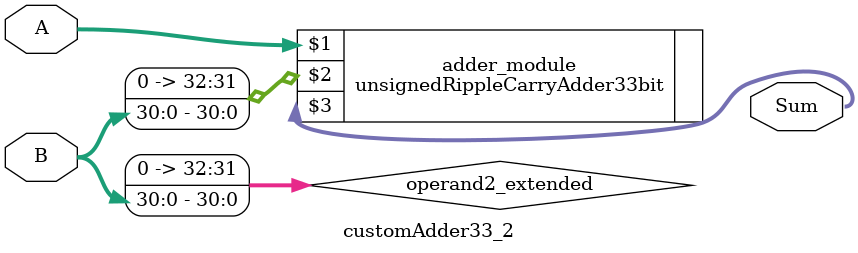
<source format=v>
module customAdder33_2(
                        input [32 : 0] A,
                        input [30 : 0] B,
                        
                        output [33 : 0] Sum
                );

        wire [32 : 0] operand2_extended;
        
        assign operand2_extended =  {2'b0, B};
        
        unsignedRippleCarryAdder33bit adder_module(
            A,
            operand2_extended,
            Sum
        );
        
        endmodule
        
</source>
